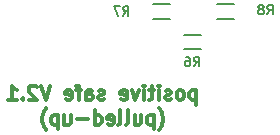
<source format=gbo>
G04 #@! TF.GenerationSoftware,KiCad,Pcbnew,5.1.4*
G04 #@! TF.CreationDate,2020-01-09T00:48:13+01:00*
G04 #@! TF.ProjectId,sejf,73656a66-2e6b-4696-9361-645f70636258,rev?*
G04 #@! TF.SameCoordinates,Original*
G04 #@! TF.FileFunction,Legend,Bot*
G04 #@! TF.FilePolarity,Positive*
%FSLAX46Y46*%
G04 Gerber Fmt 4.6, Leading zero omitted, Abs format (unit mm)*
G04 Created by KiCad (PCBNEW 5.1.4) date 2020-01-09 00:48:13*
%MOMM*%
%LPD*%
G04 APERTURE LIST*
%ADD10C,0.300000*%
%ADD11C,0.150000*%
G04 APERTURE END LIST*
D10*
X122914285Y-113292857D02*
X122914285Y-114492857D01*
X122914285Y-113350000D02*
X122800000Y-113292857D01*
X122571428Y-113292857D01*
X122457142Y-113350000D01*
X122400000Y-113407142D01*
X122342857Y-113521428D01*
X122342857Y-113864285D01*
X122400000Y-113978571D01*
X122457142Y-114035714D01*
X122571428Y-114092857D01*
X122800000Y-114092857D01*
X122914285Y-114035714D01*
X121657142Y-114092857D02*
X121771428Y-114035714D01*
X121828571Y-113978571D01*
X121885714Y-113864285D01*
X121885714Y-113521428D01*
X121828571Y-113407142D01*
X121771428Y-113350000D01*
X121657142Y-113292857D01*
X121485714Y-113292857D01*
X121371428Y-113350000D01*
X121314285Y-113407142D01*
X121257142Y-113521428D01*
X121257142Y-113864285D01*
X121314285Y-113978571D01*
X121371428Y-114035714D01*
X121485714Y-114092857D01*
X121657142Y-114092857D01*
X120800000Y-114035714D02*
X120685714Y-114092857D01*
X120457142Y-114092857D01*
X120342857Y-114035714D01*
X120285714Y-113921428D01*
X120285714Y-113864285D01*
X120342857Y-113750000D01*
X120457142Y-113692857D01*
X120628571Y-113692857D01*
X120742857Y-113635714D01*
X120800000Y-113521428D01*
X120800000Y-113464285D01*
X120742857Y-113350000D01*
X120628571Y-113292857D01*
X120457142Y-113292857D01*
X120342857Y-113350000D01*
X119771428Y-114092857D02*
X119771428Y-113292857D01*
X119771428Y-112892857D02*
X119828571Y-112950000D01*
X119771428Y-113007142D01*
X119714285Y-112950000D01*
X119771428Y-112892857D01*
X119771428Y-113007142D01*
X119371428Y-113292857D02*
X118914285Y-113292857D01*
X119200000Y-112892857D02*
X119200000Y-113921428D01*
X119142857Y-114035714D01*
X119028571Y-114092857D01*
X118914285Y-114092857D01*
X118514285Y-114092857D02*
X118514285Y-113292857D01*
X118514285Y-112892857D02*
X118571428Y-112950000D01*
X118514285Y-113007142D01*
X118457142Y-112950000D01*
X118514285Y-112892857D01*
X118514285Y-113007142D01*
X118057142Y-113292857D02*
X117771428Y-114092857D01*
X117485714Y-113292857D01*
X116571428Y-114035714D02*
X116685714Y-114092857D01*
X116914285Y-114092857D01*
X117028571Y-114035714D01*
X117085714Y-113921428D01*
X117085714Y-113464285D01*
X117028571Y-113350000D01*
X116914285Y-113292857D01*
X116685714Y-113292857D01*
X116571428Y-113350000D01*
X116514285Y-113464285D01*
X116514285Y-113578571D01*
X117085714Y-113692857D01*
X115142857Y-114035714D02*
X115028571Y-114092857D01*
X114800000Y-114092857D01*
X114685714Y-114035714D01*
X114628571Y-113921428D01*
X114628571Y-113864285D01*
X114685714Y-113750000D01*
X114800000Y-113692857D01*
X114971428Y-113692857D01*
X115085714Y-113635714D01*
X115142857Y-113521428D01*
X115142857Y-113464285D01*
X115085714Y-113350000D01*
X114971428Y-113292857D01*
X114800000Y-113292857D01*
X114685714Y-113350000D01*
X113600000Y-114092857D02*
X113600000Y-113464285D01*
X113657142Y-113350000D01*
X113771428Y-113292857D01*
X114000000Y-113292857D01*
X114114285Y-113350000D01*
X113600000Y-114035714D02*
X113714285Y-114092857D01*
X114000000Y-114092857D01*
X114114285Y-114035714D01*
X114171428Y-113921428D01*
X114171428Y-113807142D01*
X114114285Y-113692857D01*
X114000000Y-113635714D01*
X113714285Y-113635714D01*
X113600000Y-113578571D01*
X113200000Y-113292857D02*
X112742857Y-113292857D01*
X113028571Y-114092857D02*
X113028571Y-113064285D01*
X112971428Y-112950000D01*
X112857142Y-112892857D01*
X112742857Y-112892857D01*
X111885714Y-114035714D02*
X112000000Y-114092857D01*
X112228571Y-114092857D01*
X112342857Y-114035714D01*
X112400000Y-113921428D01*
X112400000Y-113464285D01*
X112342857Y-113350000D01*
X112228571Y-113292857D01*
X112000000Y-113292857D01*
X111885714Y-113350000D01*
X111828571Y-113464285D01*
X111828571Y-113578571D01*
X112400000Y-113692857D01*
X110571428Y-112892857D02*
X110171428Y-114092857D01*
X109771428Y-112892857D01*
X109428571Y-113007142D02*
X109371428Y-112950000D01*
X109257142Y-112892857D01*
X108971428Y-112892857D01*
X108857142Y-112950000D01*
X108800000Y-113007142D01*
X108742857Y-113121428D01*
X108742857Y-113235714D01*
X108800000Y-113407142D01*
X109485714Y-114092857D01*
X108742857Y-114092857D01*
X108228571Y-113978571D02*
X108171428Y-114035714D01*
X108228571Y-114092857D01*
X108285714Y-114035714D01*
X108228571Y-113978571D01*
X108228571Y-114092857D01*
X107028571Y-114092857D02*
X107714285Y-114092857D01*
X107371428Y-114092857D02*
X107371428Y-112892857D01*
X107485714Y-113064285D01*
X107600000Y-113178571D01*
X107714285Y-113235714D01*
X119771428Y-116650000D02*
X119828571Y-116592857D01*
X119942857Y-116421428D01*
X120000000Y-116307142D01*
X120057142Y-116135714D01*
X120114285Y-115850000D01*
X120114285Y-115621428D01*
X120057142Y-115335714D01*
X120000000Y-115164285D01*
X119942857Y-115050000D01*
X119828571Y-114878571D01*
X119771428Y-114821428D01*
X119314285Y-115392857D02*
X119314285Y-116592857D01*
X119314285Y-115450000D02*
X119200000Y-115392857D01*
X118971428Y-115392857D01*
X118857142Y-115450000D01*
X118800000Y-115507142D01*
X118742857Y-115621428D01*
X118742857Y-115964285D01*
X118800000Y-116078571D01*
X118857142Y-116135714D01*
X118971428Y-116192857D01*
X119200000Y-116192857D01*
X119314285Y-116135714D01*
X117714285Y-115392857D02*
X117714285Y-116192857D01*
X118228571Y-115392857D02*
X118228571Y-116021428D01*
X118171428Y-116135714D01*
X118057142Y-116192857D01*
X117885714Y-116192857D01*
X117771428Y-116135714D01*
X117714285Y-116078571D01*
X116971428Y-116192857D02*
X117085714Y-116135714D01*
X117142857Y-116021428D01*
X117142857Y-114992857D01*
X116342857Y-116192857D02*
X116457142Y-116135714D01*
X116514285Y-116021428D01*
X116514285Y-114992857D01*
X115428571Y-116135714D02*
X115542857Y-116192857D01*
X115771428Y-116192857D01*
X115885714Y-116135714D01*
X115942857Y-116021428D01*
X115942857Y-115564285D01*
X115885714Y-115450000D01*
X115771428Y-115392857D01*
X115542857Y-115392857D01*
X115428571Y-115450000D01*
X115371428Y-115564285D01*
X115371428Y-115678571D01*
X115942857Y-115792857D01*
X114342857Y-116192857D02*
X114342857Y-114992857D01*
X114342857Y-116135714D02*
X114457142Y-116192857D01*
X114685714Y-116192857D01*
X114800000Y-116135714D01*
X114857142Y-116078571D01*
X114914285Y-115964285D01*
X114914285Y-115621428D01*
X114857142Y-115507142D01*
X114800000Y-115450000D01*
X114685714Y-115392857D01*
X114457142Y-115392857D01*
X114342857Y-115450000D01*
X113771428Y-115735714D02*
X112857142Y-115735714D01*
X111771428Y-115392857D02*
X111771428Y-116192857D01*
X112285714Y-115392857D02*
X112285714Y-116021428D01*
X112228571Y-116135714D01*
X112114285Y-116192857D01*
X111942857Y-116192857D01*
X111828571Y-116135714D01*
X111771428Y-116078571D01*
X111200000Y-115392857D02*
X111200000Y-116592857D01*
X111200000Y-115450000D02*
X111085714Y-115392857D01*
X110857142Y-115392857D01*
X110742857Y-115450000D01*
X110685714Y-115507142D01*
X110628571Y-115621428D01*
X110628571Y-115964285D01*
X110685714Y-116078571D01*
X110742857Y-116135714D01*
X110857142Y-116192857D01*
X111085714Y-116192857D01*
X111200000Y-116135714D01*
X110228571Y-116650000D02*
X110171428Y-116592857D01*
X110057142Y-116421428D01*
X110000000Y-116307142D01*
X109942857Y-116135714D01*
X109885714Y-115850000D01*
X109885714Y-115621428D01*
X109942857Y-115335714D01*
X110000000Y-115164285D01*
X110057142Y-115050000D01*
X110171428Y-114878571D01*
X110228571Y-114821428D01*
D11*
X124679000Y-105979000D02*
X126121000Y-105979000D01*
X126121000Y-105979000D02*
X124679000Y-105979000D01*
X124679000Y-107221000D02*
X126121000Y-107221000D01*
X126121000Y-107221000D02*
X124679000Y-107221000D01*
X121879000Y-108579000D02*
X123321000Y-108579000D01*
X123321000Y-108579000D02*
X121879000Y-108579000D01*
X121879000Y-109821000D02*
X123321000Y-109821000D01*
X123321000Y-109821000D02*
X121879000Y-109821000D01*
X119279000Y-105979000D02*
X120721000Y-105979000D01*
X120721000Y-105979000D02*
X119279000Y-105979000D01*
X119279000Y-107221000D02*
X120721000Y-107221000D01*
X120721000Y-107221000D02*
X119279000Y-107221000D01*
X128933333Y-106861904D02*
X129200000Y-106480952D01*
X129390476Y-106861904D02*
X129390476Y-106061904D01*
X129085714Y-106061904D01*
X129009523Y-106100000D01*
X128971428Y-106138095D01*
X128933333Y-106214285D01*
X128933333Y-106328571D01*
X128971428Y-106404761D01*
X129009523Y-106442857D01*
X129085714Y-106480952D01*
X129390476Y-106480952D01*
X128476190Y-106404761D02*
X128552380Y-106366666D01*
X128590476Y-106328571D01*
X128628571Y-106252380D01*
X128628571Y-106214285D01*
X128590476Y-106138095D01*
X128552380Y-106100000D01*
X128476190Y-106061904D01*
X128323809Y-106061904D01*
X128247619Y-106100000D01*
X128209523Y-106138095D01*
X128171428Y-106214285D01*
X128171428Y-106252380D01*
X128209523Y-106328571D01*
X128247619Y-106366666D01*
X128323809Y-106404761D01*
X128476190Y-106404761D01*
X128552380Y-106442857D01*
X128590476Y-106480952D01*
X128628571Y-106557142D01*
X128628571Y-106709523D01*
X128590476Y-106785714D01*
X128552380Y-106823809D01*
X128476190Y-106861904D01*
X128323809Y-106861904D01*
X128247619Y-106823809D01*
X128209523Y-106785714D01*
X128171428Y-106709523D01*
X128171428Y-106557142D01*
X128209523Y-106480952D01*
X128247619Y-106442857D01*
X128323809Y-106404761D01*
X122733333Y-111261904D02*
X123000000Y-110880952D01*
X123190476Y-111261904D02*
X123190476Y-110461904D01*
X122885714Y-110461904D01*
X122809523Y-110500000D01*
X122771428Y-110538095D01*
X122733333Y-110614285D01*
X122733333Y-110728571D01*
X122771428Y-110804761D01*
X122809523Y-110842857D01*
X122885714Y-110880952D01*
X123190476Y-110880952D01*
X122047619Y-110461904D02*
X122200000Y-110461904D01*
X122276190Y-110500000D01*
X122314285Y-110538095D01*
X122390476Y-110652380D01*
X122428571Y-110804761D01*
X122428571Y-111109523D01*
X122390476Y-111185714D01*
X122352380Y-111223809D01*
X122276190Y-111261904D01*
X122123809Y-111261904D01*
X122047619Y-111223809D01*
X122009523Y-111185714D01*
X121971428Y-111109523D01*
X121971428Y-110919047D01*
X122009523Y-110842857D01*
X122047619Y-110804761D01*
X122123809Y-110766666D01*
X122276190Y-110766666D01*
X122352380Y-110804761D01*
X122390476Y-110842857D01*
X122428571Y-110919047D01*
X116733333Y-106961904D02*
X117000000Y-106580952D01*
X117190476Y-106961904D02*
X117190476Y-106161904D01*
X116885714Y-106161904D01*
X116809523Y-106200000D01*
X116771428Y-106238095D01*
X116733333Y-106314285D01*
X116733333Y-106428571D01*
X116771428Y-106504761D01*
X116809523Y-106542857D01*
X116885714Y-106580952D01*
X117190476Y-106580952D01*
X116466666Y-106161904D02*
X115933333Y-106161904D01*
X116276190Y-106961904D01*
M02*

</source>
